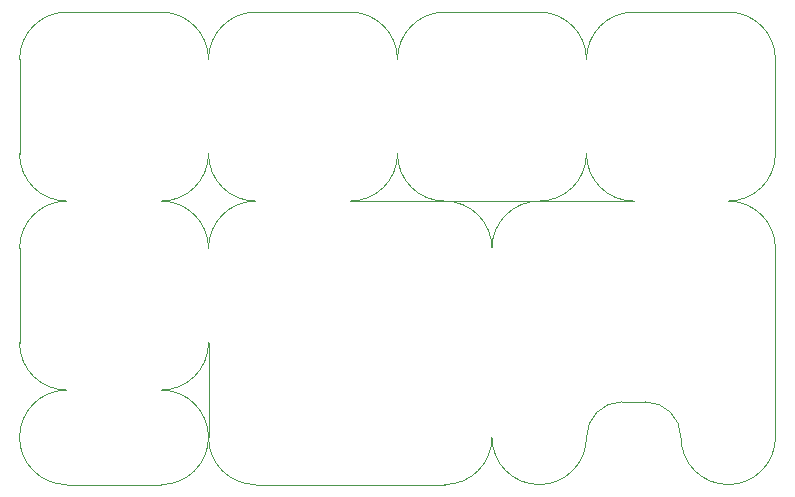
<source format=gm1>
G04 #@! TF.FileFunction,Profile,NP*
%FSLAX46Y46*%
G04 Gerber Fmt 4.6, Leading zero omitted, Abs format (unit mm)*
G04 Created by KiCad (PCBNEW (2015-08-15 BZR 6092)-product) date 2/28/2016 12:14:40 PM*
%MOMM*%
G01*
G04 APERTURE LIST*
%ADD10C,0.100000*%
G04 APERTURE END LIST*
D10*
X121000000Y-60000000D02*
X113000000Y-60000000D01*
X125000000Y-48000000D02*
X125000000Y-56000000D01*
X125000000Y-56000000D02*
G75*
G03X121000000Y-52000000I-4000000J0D01*
G01*
X113000000Y-52000000D02*
G75*
G03X109000000Y-56000000I0J-4000000D01*
G01*
X109000000Y-56000000D02*
G75*
G03X113000000Y-60000000I4000000J0D01*
G01*
X121000000Y-60000000D02*
G75*
G03X125000000Y-56000000I0J4000000D01*
G01*
X109000000Y-40000000D02*
X109000000Y-48000000D01*
X113000000Y-20000000D02*
X121000000Y-20000000D01*
X125000000Y-24000000D02*
G75*
G03X121000000Y-20000000I-4000000J0D01*
G01*
X109000000Y-24000000D02*
X109000000Y-32000000D01*
X113000000Y-20000000D02*
G75*
G03X109000000Y-24000000I0J-4000000D01*
G01*
X109000000Y-32000000D02*
G75*
G03X113000000Y-36000000I4000000J0D01*
G01*
X121000000Y-36000000D02*
G75*
G03X125000000Y-32000000I0J4000000D01*
G01*
X125000000Y-40000000D02*
G75*
G03X121000000Y-36000000I-4000000J0D01*
G01*
X113000000Y-36000000D02*
G75*
G03X109000000Y-40000000I0J-4000000D01*
G01*
X109000000Y-48000000D02*
G75*
G03X113000000Y-52000000I4000000J0D01*
G01*
X121000000Y-52000000D02*
G75*
G03X125000000Y-48000000I0J4000000D01*
G01*
X160000000Y-53000000D02*
X162000000Y-53000000D01*
X160000000Y-53000000D02*
G75*
G03X157000000Y-56000000I0J-3000000D01*
G01*
X165000000Y-56000000D02*
G75*
G03X162000000Y-53000000I-3000000J0D01*
G01*
X165000000Y-56000000D02*
G75*
G03X169000000Y-60000000I4000000J0D01*
G01*
X153000000Y-60000000D02*
G75*
G03X157000000Y-56000000I0J4000000D01*
G01*
X145000000Y-36000000D02*
X153000000Y-36000000D01*
X137000000Y-36000000D02*
X145000000Y-36000000D01*
X153000000Y-36000000D02*
X161000000Y-36000000D01*
X173000000Y-24000000D02*
X173000000Y-32000000D01*
X161000000Y-20000000D02*
X169000000Y-20000000D01*
X145000000Y-20000000D02*
X153000000Y-20000000D01*
X145000000Y-20000000D02*
G75*
G03X141000000Y-24000000I0J-4000000D01*
G01*
X129000000Y-20000000D02*
X137000000Y-20000000D01*
X125000000Y-32000000D02*
G75*
G03X129000000Y-36000000I4000000J0D01*
G01*
X137000000Y-36000000D02*
G75*
G03X141000000Y-32000000I0J4000000D01*
G01*
X157000000Y-24000000D02*
G75*
G03X153000000Y-20000000I-4000000J0D01*
G01*
X141000000Y-24000000D02*
G75*
G03X137000000Y-20000000I-4000000J0D01*
G01*
X129000000Y-20000000D02*
G75*
G03X125000000Y-24000000I0J-4000000D01*
G01*
X141000000Y-32000000D02*
G75*
G03X145000000Y-36000000I4000000J0D01*
G01*
X153000000Y-36000000D02*
G75*
G03X157000000Y-32000000I0J4000000D01*
G01*
X157000000Y-32000000D02*
G75*
G03X161000000Y-36000000I4000000J0D01*
G01*
X161000000Y-20000000D02*
G75*
G03X157000000Y-24000000I0J-4000000D01*
G01*
X173000000Y-24000000D02*
G75*
G03X169000000Y-20000000I-4000000J0D01*
G01*
X169000000Y-36000000D02*
G75*
G03X173000000Y-32000000I0J4000000D01*
G01*
X173000000Y-56000000D02*
X173000000Y-40000000D01*
X149000000Y-56000000D02*
G75*
G03X153000000Y-60000000I4000000J0D01*
G01*
X169000000Y-60000000D02*
G75*
G03X173000000Y-56000000I0J4000000D01*
G01*
X173000000Y-40000000D02*
G75*
G03X169000000Y-36000000I-4000000J0D01*
G01*
X153000000Y-36000000D02*
G75*
G03X149000000Y-40000000I0J-4000000D01*
G01*
X129000000Y-60000000D02*
X145000000Y-60000000D01*
X129000000Y-36000000D02*
G75*
G03X125000000Y-40000000I0J-4000000D01*
G01*
X149000000Y-40000000D02*
G75*
G03X145000000Y-36000000I-4000000J0D01*
G01*
X125000000Y-56000000D02*
G75*
G03X129000000Y-60000000I4000000J0D01*
G01*
X145000000Y-60000000D02*
G75*
G03X149000000Y-56000000I0J4000000D01*
G01*
M02*

</source>
